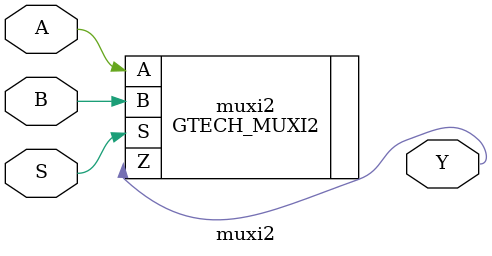
<source format=v>
module inverter
(
    Y, A
);
    output Y;
    input A;

    assign Y = ~A;

endmodule : inverter

// Buffer
module buffer
(
    Y, A
);
    output Y;
    input A;

    GTECH_BUF buffer(.A(A), .Z(Y));

endmodule: buffer

// NAND2
module nand2
(
    Y, A, B
);
    output Y;
    input A, B;

    GTECH_NAND2 nand2(.A(A), .B(B), .Z(Y));

endmodule: nand2

// NOR2
module nor2
(
    Y, A, B
);
    output Y;
    input A, B;

    GTECH_NOR2 nor2(.A(A), .B(B), .Z(Y));

endmodule: nor2

// AND2
module and2
(
    Y, A, B
);
    output Y;
    input A, B;

    GTECH_AND2 and2(.A(A), .B(B), .Z(Y));

endmodule: and2

// OR2
module or2
(
    Y, A, B
);
    output Y;
    input A, B;

    GTECH_OR2 or2(.A(A), .B(B), .Z(Y));

endmodule: or2

// NAND3
module nand3
(
    Y, A, B, C
);
    output Y;
    input A, B, C;

    GTECH_NAND3 nand3(.A(A), .B(B), .C(C), .Z(Y));

endmodule: nand3

// NOR3
module nor3
(
    Y, A, B, C
);
    output Y;
    input A, B, C;

    GTECH_NOR3 nor3(.A(A), .B(B), .C(C), .Z(Y));

endmodule: nor3

// AND3
module and3
(
    Y, A, B, C
);
    output Y;
    input A, B, C;

    GTECH_AND3 and3(.A(A), .B(B), .C(C), .Z(Y));

endmodule: and3

// OR3
module or3
(
    Y, A, B, C
);
    output Y;
    input A, B, C;

    GTECH_OR3 or3(.A(A), .B(B), .C(C), .Z(Y));

endmodule: or3

// NAND4
module nand4
(
    Y, A, B, C, D
);
    output Y;
    input A, B, C, D;

    GTECH_NAND4 nand4(.A(A), .B(B), .C(C), .D(D), .Z(Y));

endmodule: nand4

// NOR4
module nor4
(
    Y, A, B, C, D
);
    output Y;
    input A, B, C, D;

    GTECH_NOR4 nor4(.A(A), .B(B), .C(C), .D(D), .Z(Y));

endmodule: nor4

// AND4
module and4
(
    Y, A, B, C, D
);
    output Y;
    input A, B, C, D;

    GTECH_AND4 and4(.A(A), .B(B), .C(C), .D(D), .Z(Y));

endmodule: and4

// OR4
module or4
(
    Y, A, B, C, D
);
    output Y;
    input A, B, C, D;

    GTECH_OR4 or4(.A(A), .B(B), .C(C), .D(D), .Z(Y));

endmodule: or4

// NAND2B
module nand2b
(
    Y, A, B
);
    output Y;
    input A, B;

    GTECH_AND_NOT nand2b(.A(B), .B(A), .Z(Y));

endmodule: nand2b

// NOR2B
module nor2b
(
    Y, A, B
);
    output Y;
    input A, B;

    GTECH_OR_NOT nor2b(.A(B), .B(A), .Z(Y));

endmodule: nor2b

// AO21
module ao21
(
    Y, A0, A1, B0
);
    output Y;
    input A0, A1, B0;

    GTECH_AO21 ao21(.A(A0), .B(A1), .C(B0), .Z(Y));

endmodule: ao21

// OA21
module oa21
(
    Y, A0, A1, B0
);
    output Y;
    input A0, A1, B0;

    GTECH_OA21 oa21(.A(A0), .B(A1), .C(B0), .Z(Y));

endmodule: oa21

// AOI21
module aoi21
(
    Y, A0, A1, B0
);
    output Y;
    input A0, A1, B0;

    GTECH_AOI21 aoi21(.A(A0), .B(A1), .C(B0), .Z(Y));

endmodule: aoi21

// OAI21
module oai21
(
    Y, A0, A1, B0
);
    output Y;
    input A0, A1, B0;

    GTECH_OAI21 oai21(.A(A0), .B(A1), .C(B0), .Z(Y));

endmodule: oai21

// AO22
module ao22
(
    Y, A0, A1, B0, B1
);
    output Y;
    input A0, A1, B0, B1;

    GTECH_AO22 ao22(.A(A0), .B(A1), .C(B0), .D(B1), .Z(Y));

endmodule: ao22

// OA22
module oa22
(
    Y, A0, A1, B0, B1
);
    output Y;
    input A0, A1, B0, B1;

    GTECH_OA22 oa22(.A(A0), .B(A1), .C(B0), .D(B1), .Z(Y));

endmodule: oa22

// AOI22
module aoi22
(
    Y, A0, A1, B0, B1
);
    output Y;
    input A0, A1, B0, B1;

    GTECH_AOI22 aoi22(.A(A0), .B(A1), .C(B0), .D(B1), .Z(Y));

endmodule: aoi22

// OAI22
module oai22
(
    Y, A0, A1, B0, B1
);
    output Y;
    input A0, A1, B0, B1;

    GTECH_OAI22 oai22(.A(A0), .B(A1), .C(B0), .D(B1), .Z(Y));

endmodule: oai22

// XOR2
module xor2
(
    Y, A, B
);
    output Y;
    input A, B;

    GTECH_XOR2 xor2(.A(A), .B(B), .Z(Y));

endmodule: xor2

// XNOR2
module xnor2
(
    Y, A, B
);
    output Y;
    input A, B;

    GTECH_XNOR2 xnor2(.A(A), .B(B), .Z(Y));

endmodule: xnor2

// MUX2
module mux2
(
    Y, S, A, B
);
    output Y;
    input S, A, B;

    GTECH_MUX2 mux2(.A(A), .B(B), .S(S), .Z(Y));

endmodule: mux2

// MUX2I
module muxi2
(
    Y, S, A, B
);
    output Y;
    input S, A, B;

    GTECH_MUXI2 muxi2(.A(A), .B(B), .S(S), .Z(Y));

endmodule: muxi2

</source>
